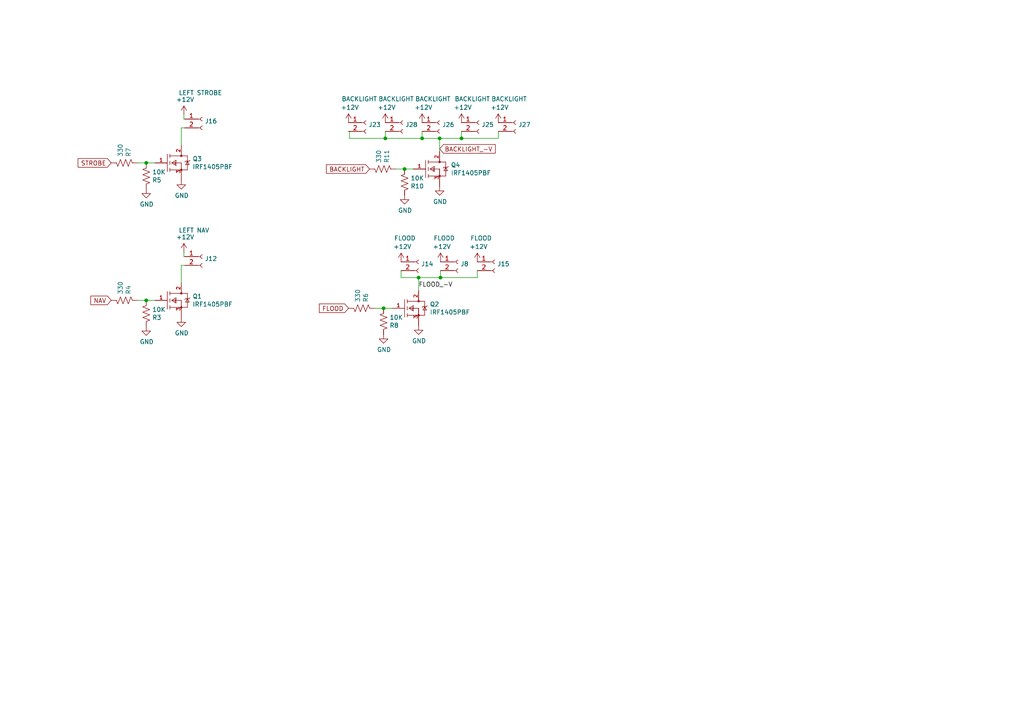
<source format=kicad_sch>
(kicad_sch (version 20231120) (generator "eeschema") (generator_version "8.0")
  (paper "A4")
  (lib_symbols
    (symbol "Connector:Conn_01x02_Female" (pin_names (offset 1.016) hide)
      (property "Reference" "J" (at 0 2.54 0))
      (property "Value" "Conn_01x02_Female" (at 0 -5.08 0))
      (symbol "Conn_01x02_Female_1_1"
        (arc (start 0 -2.032) (mid -0.5058 -2.54) (end 0 -3.048) (stroke (width 0.1524)))
        (polyline (pts (xy -1.27 -2.54) (xy -0.508 -2.54)) (stroke (width 0.1524)))
        (polyline (pts (xy -1.27 0) (xy -0.508 0)) (stroke (width 0.1524)))
        (arc (start 0 0.508) (mid -0.5058 0) (end 0 -0.508) (stroke (width 0.1524)))
        (pin passive line (at -5.08 0 0) (length 3.81) (name "Pin_1") (number "1"))
        (pin passive line (at -5.08 -2.54 0) (length 3.81) (name "Pin_2") (number "2"))
      )
    )
    (symbol "Device:R_US" (pin_numbers hide) (pin_names (offset 0))
      (property "Reference" "R" (at 2.54 0 90))
      (property "Value" "R_US" (at -2.54 0 90))
      (symbol "R_US_0_1"
        (polyline (pts (xy 0 -2.286) (xy 0 -2.54)))
        (polyline (pts (xy 0 2.286) (xy 0 2.54)))
        (polyline (pts (xy 0 -0.762) (xy 1.016 -1.143) (xy 0 -1.524) (xy -1.016 -1.905) (xy 0 -2.286)))
        (polyline (pts (xy 0 0.762) (xy 1.016 0.381) (xy 0 0) (xy -1.016 -0.381) (xy 0 -0.762)))
        (polyline (pts (xy 0 2.286) (xy 1.016 1.905) (xy 0 1.524) (xy -1.016 1.143) (xy 0 0.762)))
      )
      (symbol "R_US_1_1"
        (pin passive line (at 0 3.81 270) (length 1.27) (name "~") (number "1"))
        (pin passive line (at 0 -3.81 90) (length 1.27) (name "~") (number "2"))
      )
    )
    (symbol "Hornet-Forward-Output-Upper-Shield-rescue:IRF1405PBF-Mosfet-Hornet-Forward-Output-Upper-Shield-rescue" (pin_names (offset 1.016))
      (property "Reference" "Q" (at 0 7.62 0))
      (property "Value" "IRF1405PBF-Mosfet-Hornet-Forward-Output-Upper-Shield-rescue" (at 0 10.16 0))
      (symbol "IRF1405PBF-Mosfet-Hornet-Forward-Output-Upper-Shield-rescue_1_1"
        (polyline (pts (xy 6.096 -2.54) (xy 6.096 2.54)))
        (polyline (pts (xy 6.858 -2.032) (xy 10.16 -2.032)))
        (polyline (pts (xy 6.858 -1.524) (xy 6.858 -2.54)))
        (polyline (pts (xy 6.858 0.508) (xy 6.858 -0.508)))
        (polyline (pts (xy 6.858 1.524) (xy 6.858 2.54)))
        (polyline (pts (xy 6.858 2.032) (xy 10.16 2.032)))
        (polyline (pts (xy 7.366 0) (xy 8.636 -0.762)))
        (polyline (pts (xy 7.366 0) (xy 8.636 0.762)))
        (polyline (pts (xy 7.62 0) (xy 10.16 0)))
        (polyline (pts (xy 8.382 0.254) (xy 8.382 -0.508)))
        (polyline (pts (xy 8.636 0.762) (xy 8.636 -0.762)))
        (polyline (pts (xy 10.16 -2.032) (xy 11.938 -2.032)))
        (polyline (pts (xy 11.43 -0.508) (xy 12.446 -0.508)))
        (polyline (pts (xy 11.43 0.508) (xy 11.176 0.254)))
        (polyline (pts (xy 11.938 -2.032) (xy 11.938 2.032)))
        (polyline (pts (xy 11.938 0.508) (xy 11.43 -0.508)))
        (polyline (pts (xy 11.938 0.508) (xy 11.43 0.508)))
        (polyline (pts (xy 11.938 0.508) (xy 12.446 0.508)))
        (polyline (pts (xy 11.938 2.032) (xy 10.16 2.032)))
        (polyline (pts (xy 12.446 -0.508) (xy 11.938 0.508)))
        (polyline (pts (xy 12.446 0.508) (xy 12.7 0.762)))
        (circle (center 10.16 -2.032) (radius 0.254))
        (circle (center 10.16 2.032) (radius 0.254))
        (pin passive line (at 2.54 0 0) (length 3.556) (name "G") (number "1"))
        (pin passive line (at 10.16 5.08 270) (length 3.048) (name "D") (number "2"))
        (pin passive line (at 10.16 -5.08 90) (length 5.08) (name "S") (number "3"))
      )
    )
    (symbol "power:+12V" (power) (pin_names (offset 0))
      (property "Value" "+12V" (at 0 3.556 0))
      (symbol "+12V_0_1"
        (polyline (pts (xy -0.762 1.27) (xy 0 2.54)))
        (polyline (pts (xy 0 0) (xy 0 2.54)))
        (polyline (pts (xy 0 2.54) (xy 0.762 1.27)))
      )
      (symbol "+12V_1_1"
        (pin power_in line (at 0 0 90) (length 0) hide (name "+12V") (number "1"))
      )
    )
    (symbol "power:GND" (power) (pin_names (offset 0))
      (property "Value" "GND" (at 0 -3.81 0))
      (symbol "GND_0_1"
        (polyline (pts (xy 0 0) (xy 0 -1.27) (xy 1.27 -1.27) (xy 0 -2.54) (xy -1.27 -1.27) (xy 0 -1.27)))
      )
      (symbol "GND_1_1"
        (pin power_in line (at 0 0 270) (length 0) hide (name "GND") (number "1"))
      )
    )
  )
  (junction (at 111.252 89.408))
  (junction (at 42.418 47.244))
  (junction (at 122.428 40.132))
  (junction (at 42.418 87.122))
  (junction (at 121.412 80.518))
  (junction (at 127.762 80.518))
  (junction (at 111.76 40.132))
  (junction (at 117.348 49.022))
  (junction (at 127.508 40.132))
  (junction (at 133.858 40.132))
  (wire (pts (xy 138.43 78.486) (xy 138.43 80.518)))
  (wire (pts (xy 127.508 40.132) (xy 122.428 40.132)))
  (wire (pts (xy 127.762 80.518) (xy 121.412 80.518)))
  (wire (pts (xy 53.594 34.544) (xy 53.34 34.544)))
  (wire (pts (xy 121.412 80.518) (xy 121.412 84.328)))
  (wire (pts (xy 108.712 89.408) (xy 111.252 89.408)))
  (wire (pts (xy 127.762 78.486) (xy 127.762 80.518)))
  (wire (pts (xy 114.808 49.022) (xy 117.348 49.022)))
  (wire (pts (xy 39.878 47.244) (xy 42.418 47.244)))
  (wire (pts (xy 122.428 38.1) (xy 122.428 40.132)))
  (wire (pts (xy 53.34 34.544) (xy 53.34 33.274)))
  (wire (pts (xy 138.43 80.518) (xy 127.762 80.518)))
  (wire (pts (xy 133.858 40.132) (xy 127.508 40.132)))
  (wire (pts (xy 144.526 38.1) (xy 144.526 40.132)))
  (wire (pts (xy 52.578 76.962) (xy 52.578 82.042)))
  (wire (pts (xy 42.418 87.122) (xy 44.958 87.122)))
  (wire (pts (xy 53.594 37.084) (xy 52.578 37.084)))
  (wire (pts (xy 117.348 49.022) (xy 119.888 49.022)))
  (wire (pts (xy 116.332 78.486) (xy 116.332 80.518)))
  (wire (pts (xy 42.418 47.244) (xy 44.958 47.244)))
  (wire (pts (xy 101.346 40.132) (xy 101.346 38.1)))
  (wire (pts (xy 53.34 74.422) (xy 53.34 73.152)))
  (wire (pts (xy 101.092 38.1) (xy 101.346 38.1)))
  (wire (pts (xy 133.858 38.1) (xy 133.858 40.132)))
  (wire (pts (xy 121.412 80.518) (xy 116.332 80.518)))
  (wire (pts (xy 122.428 40.132) (xy 111.76 40.132)))
  (wire (pts (xy 111.76 38.1) (xy 111.76 40.132)))
  (wire (pts (xy 111.252 89.408) (xy 113.792 89.408)))
  (wire (pts (xy 144.526 40.132) (xy 133.858 40.132)))
  (wire (pts (xy 53.594 74.422) (xy 53.34 74.422)))
  (wire (pts (xy 53.594 76.962) (xy 52.578 76.962)))
  (wire (pts (xy 39.878 87.122) (xy 42.418 87.122)))
  (wire (pts (xy 111.76 40.132) (xy 101.346 40.132)))
  (wire (pts (xy 127.508 40.132) (xy 127.508 43.942)))
  (wire (pts (xy 52.578 37.084) (xy 52.578 42.164)))
  (label "FLOOD_-V" (at 121.412 83.566 0))
  (global_label "STROBE" (shape input) (at 32.258 47.244 180) (property "Intersheetrefs" "${INTERSHEET_REFS}" (effects (hide yes))))
  (global_label "BACKLIGHT" (shape input) (at 107.188 49.022 180) (property "Intersheetrefs" "${INTERSHEET_REFS}" (effects (hide yes))))
  (global_label "BACKLIGHT_-V" (shape input) (at 127.508 43.18 0) (property "Intersheetrefs" "${INTERSHEET_REFS}" (effects (hide yes))))
  (global_label "FLOOD" (shape input) (at 101.092 89.408 180) (property "Intersheetrefs" "${INTERSHEET_REFS}" (effects (hide yes))))
  (global_label "NAV" (shape input) (at 32.258 87.122 180) (property "Intersheetrefs" "${INTERSHEET_REFS}" (effects (hide yes))))
  (symbol (lib_id "power:GND") (at 117.348 56.642 0) (unit 1)
    (property "Reference" "#PWR05" (effects (hide yes)))
    (property "Value" "GND" (at 117.475 61.0362 0))
  )
  (symbol (lib_id "power:+12V") (at 138.43 75.946 0) (unit 1)
    (property "Reference" "#PWR064" (effects (hide yes)))
    (property "Value" "+12V" (at 138.811 71.5518 0))
  )
  (symbol (lib_id "Connector:Conn_01x02_Female") (at 132.842 75.946 0) (unit 1)
    (property "Reference" "J8" (at 133.5532 76.5556 0) (effects (justify left)))
    (property "Value" "FLODD" (at 125.73 69.088 0) (effects (justify left)))
    (property "Footprint" "Connector_Molex:Molex_KK-254_AE-6410-02A_1x02_P2.54mm_Vertical" (effects (hide yes)))
  )
  (symbol (lib_id "Device:R_US") (at 42.418 51.054 0) (mirror x) (unit 1)
    (property "Reference" "R5" (at 44.1452 52.2224 0) (effects (justify left)))
    (property "Value" "10K" (at 44.1452 49.911 0) (effects (justify left)))
    (property "Footprint" "Resistor_THT:R_Axial_DIN0204_L3.6mm_D1.6mm_P2.54mm_Vertical" (effects (hide yes)))
  )
  (symbol (lib_id "power:+12V") (at 111.76 35.56 0) (unit 1)
    (property "Reference" "#PWR04" (effects (hide yes)))
    (property "Value" "+12V" (at 112.141 31.1658 0))
  )
  (symbol (lib_id "Device:R_US") (at 104.902 89.408 270) (mirror x) (unit 1)
    (property "Reference" "R6" (at 106.0704 87.6808 0) (effects (justify left)))
    (property "Value" "330" (at 103.759 87.6808 0) (effects (justify left)))
    (property "Footprint" "Resistor_THT:R_Axial_DIN0204_L3.6mm_D1.6mm_P2.54mm_Vertical" (effects (hide yes)))
  )
  (symbol (lib_id "Connector:Conn_01x02_Female") (at 106.172 35.56 0) (unit 1)
    (property "Reference" "J23" (at 106.8832 36.1696 0) (effects (justify left)))
    (property "Value" "BACKLIGHT" (at 99.06 28.702 0) (effects (justify left)))
    (property "Footprint" "Connector_Molex:Molex_KK-254_AE-6410-02A_1x02_P2.54mm_Vertical" (effects (hide yes)))
  )
  (symbol (lib_id "Device:R_US") (at 42.418 90.932 0) (mirror x) (unit 1)
    (property "Reference" "R3" (at 44.1452 92.1004 0) (effects (justify left)))
    (property "Value" "10K" (at 44.1452 89.789 0) (effects (justify left)))
    (property "Footprint" "Resistor_THT:R_Axial_DIN0204_L3.6mm_D1.6mm_P2.54mm_Vertical" (effects (hide yes)))
  )
  (symbol (lib_id "Connector:Conn_01x02_Female") (at 58.674 74.422 0) (unit 1)
    (property "Reference" "J12" (at 59.3852 75.0316 0) (effects (justify left)))
    (property "Value" "LEFT NAV" (at 51.816 66.802 0) (effects (justify left)))
    (property "Footprint" "Connector_Molex:Molex_KK-254_AE-6410-02A_1x02_P2.54mm_Vertical" (effects (hide yes)))
  )
  (symbol (lib_id "power:GND") (at 52.578 92.202 0) (unit 1)
    (property "Reference" "#PWR047" (effects (hide yes)))
    (property "Value" "GND" (at 52.705 96.5962 0))
  )
  (symbol (lib_id "power:GND") (at 127.508 54.102 0) (unit 1)
    (property "Reference" "#PWR07" (effects (hide yes)))
    (property "Value" "GND" (at 127.635 58.4962 0))
  )
  (symbol (lib_id "power:+12V") (at 101.092 35.56 0) (unit 1)
    (property "Reference" "#PWR03" (effects (hide yes)))
    (property "Value" "+12V" (at 101.473 31.1658 0))
  )
  (symbol (lib_id "power:GND") (at 42.418 94.742 0) (unit 1)
    (property "Reference" "#PWR045" (effects (hide yes)))
    (property "Value" "GND" (at 42.545 99.1362 0))
  )
  (symbol (lib_id "power:GND") (at 111.252 97.028 0) (unit 1)
    (property "Reference" "#PWR050" (effects (hide yes)))
    (property "Value" "GND" (at 111.379 101.4222 0))
  )
  (symbol (lib_id "Connector:Conn_01x02_Female") (at 127.508 35.56 0) (unit 1)
    (property "Reference" "J26" (at 128.2192 36.1696 0) (effects (justify left)))
    (property "Value" "BACKLIGHT" (at 120.396 28.702 0) (effects (justify left)))
    (property "Footprint" "Connector_Molex:Molex_KK-254_AE-6410-02A_1x02_P2.54mm_Vertical" (effects (hide yes)))
  )
  (symbol (lib_id "power:+12V") (at 116.332 75.946 0) (unit 1)
    (property "Reference" "#PWR055" (effects (hide yes)))
    (property "Value" "+12V" (at 116.713 71.5518 0))
  )
  (symbol (lib_id "Hornet-Forward-Output-Upper-Shield-rescue:IRF1405PBF-Mosfet-Hornet-Forward-Output-Upper-Shield-rescue") (at 117.348 49.022 0) (unit 1)
    (property "Reference" "Q4" (at 130.7592 47.8536 0) (effects (justify left)))
    (property "Value" "IRF1405PBF" (at 130.7592 50.165 0) (effects (justify left)))
    (property "Footprint" "Package_TO_SOT_THT:TO-220-3_Vertical" (effects (hide yes)))
    (property "Datasheet" "https://www.infineon.com/dgdl/irf1405pbf.pdf?fileId=5546d462533600a4015355db084a18bb" (effects (hide yes)))
    (property "automotive" "No" (effects (hide yes)))
    (property "category" "Trans" (effects (hide yes)))
    (property "continuous drain current" "169A" (effects (hide yes)))
    (property "depletion mode" "False" (effects (hide yes)))
    (property "device class L1" "Discrete Semiconductors" (effects (hide yes)))
    (property "device class L2" "Transistors" (effects (hide yes)))
    (property "device class L3" "MOSFETs" (effects (hide yes)))
    (property "digikey description" "MOSFET N-CH 55V 169A TO-220AB" (effects (hide yes)))
    (property "digikey part number" "IRF1405PBF-ND" (effects (hide yes)))
    (property "drain to source breakdown voltage" "55V" (effects (hide yes)))
    (property "drain to source resistance" "4.6mΩ" (effects (hide yes)))
    (property "drain to source voltage" "55V" (effects (hide yes)))
    (property "footprint url" "https://www.infineon.com/dgdl/po-to220ab-fp.pdf?fileId=5546d462580663ef0158068cfbee01be" (effects (hide yes)))
    (property "gate charge at vgs" "170nC @ 10V" (effects (hide yes)))
    (property "gate to source voltage" "20V" (effects (hide yes)))
    (property "height" "19.8mm" (effects (hide yes)))
    (property "input capacitace at vds" "5480pF @ 25V" (effects (hide yes)))
    (property "ipc land pattern name" "TO-220" (effects (hide yes)))
    (property "lead free" "Yes" (effects (hide yes)))
    (property "library id" "802d71249bb95e7c" (effects (hide yes)))
    (property "manufacturer" "International Rectifier" (effects (hide yes)))
    (property "max forward diode voltage" "1.3V" (effects (hide yes)))
    (property "max junction temp" "+175°C" (effects (hide yes)))
    (property "mouser description" "MOSFET Operating temperature: -55...+175 °C Housing type: TO-220AB Polarity: N Power dissipation: 330 W" (effects (hide yes)))
    (property "mouser part number" "942-IRF1405PBF" (effects (hide yes)))
    (property "number of N channels" "1" (effects (hide yes)))
    (property "number of channels" "1" (effects (hide yes)))
    (property "package" "TO-220AB" (effects (hide yes)))
    (property "power dissipation" "330W" (effects (hide yes)))
    (property "pulse drain current" "680A" (effects (hide yes)))
    (property "reverse recovery charge" "250nC" (effects (hide yes)))
    (property "reverse recovery time" "88ns" (effects (hide yes)))
    (property "rohs" "Yes" (effects (hide yes)))
    (property "rthja max" "62°C/W" (effects (hide yes)))
    (property "standoff height" "3.37mm" (effects (hide yes)))
    (property "temperature range high" "+175°C" (effects (hide yes)))
    (property "temperature range low" "-55°C" (effects (hide yes)))
    (property "threshold vgs max" "4V" (effects (hide yes)))
    (property "threshold vgs min" "2V" (effects (hide yes)))
    (property "turn off delay time" "130ns" (effects (hide yes)))
    (property "turn on delay time" "13ns" (effects (hide yes)))
  )
  (symbol (lib_id "power:+12V") (at 122.428 35.56 0) (unit 1)
    (property "Reference" "#PWR06" (effects (hide yes)))
    (property "Value" "+12V" (at 122.809 31.1658 0))
  )
  (symbol (lib_id "Device:R_US") (at 111.252 93.218 0) (mirror x) (unit 1)
    (property "Reference" "R8" (at 112.9792 94.3864 0) (effects (justify left)))
    (property "Value" "10K" (at 112.9792 92.075 0) (effects (justify left)))
    (property "Footprint" "Resistor_THT:R_Axial_DIN0204_L3.6mm_D1.6mm_P2.54mm_Vertical" (effects (hide yes)))
  )
  (symbol (lib_id "Connector:Conn_01x02_Female") (at 149.606 35.56 0) (unit 1)
    (property "Reference" "J27" (at 150.3172 36.1696 0) (effects (justify left)))
    (property "Value" "BACKLIGHT" (at 142.494 28.702 0) (effects (justify left)))
    (property "Footprint" "Connector_Molex:Molex_KK-254_AE-6410-02A_1x02_P2.54mm_Vertical" (effects (hide yes)))
  )
  (symbol (lib_id "Hornet-Forward-Output-Upper-Shield-rescue:IRF1405PBF-Mosfet-Hornet-Forward-Output-Upper-Shield-rescue") (at 42.418 87.122 0) (unit 1)
    (property "Reference" "Q1" (at 55.8292 85.9536 0) (effects (justify left)))
    (property "Value" "IRF1405PBF" (at 55.8292 88.265 0) (effects (justify left)))
    (property "Footprint" "Package_TO_SOT_THT:TO-220-3_Vertical" (effects (hide yes)))
    (property "Datasheet" "https://www.infineon.com/dgdl/irf1405pbf.pdf?fileId=5546d462533600a4015355db084a18bb" (effects (hide yes)))
    (property "automotive" "No" (effects (hide yes)))
    (property "category" "Trans" (effects (hide yes)))
    (property "continuous drain current" "169A" (effects (hide yes)))
    (property "depletion mode" "False" (effects (hide yes)))
    (property "device class L1" "Discrete Semiconductors" (effects (hide yes)))
    (property "device class L2" "Transistors" (effects (hide yes)))
    (property "device class L3" "MOSFETs" (effects (hide yes)))
    (property "digikey description" "MOSFET N-CH 55V 169A TO-220AB" (effects (hide yes)))
    (property "digikey part number" "IRF1405PBF-ND" (effects (hide yes)))
    (property "drain to source breakdown voltage" "55V" (effects (hide yes)))
    (property "drain to source resistance" "4.6mΩ" (effects (hide yes)))
    (property "drain to source voltage" "55V" (effects (hide yes)))
    (property "footprint url" "https://www.infineon.com/dgdl/po-to220ab-fp.pdf?fileId=5546d462580663ef0158068cfbee01be" (effects (hide yes)))
    (property "gate charge at vgs" "170nC @ 10V" (effects (hide yes)))
    (property "gate to source voltage" "20V" (effects (hide yes)))
    (property "height" "19.8mm" (effects (hide yes)))
    (property "input capacitace at vds" "5480pF @ 25V" (effects (hide yes)))
    (property "ipc land pattern name" "TO-220" (effects (hide yes)))
    (property "lead free" "Yes" (effects (hide yes)))
    (property "library id" "802d71249bb95e7c" (effects (hide yes)))
    (property "manufacturer" "International Rectifier" (effects (hide yes)))
    (property "max forward diode voltage" "1.3V" (effects (hide yes)))
    (property "max junction temp" "+175°C" (effects (hide yes)))
    (property "mouser description" "MOSFET Operating temperature: -55...+175 °C Housing type: TO-220AB Polarity: N Power dissipation: 330 W" (effects (hide yes)))
    (property "mouser part number" "942-IRF1405PBF" (effects (hide yes)))
    (property "number of N channels" "1" (effects (hide yes)))
    (property "number of channels" "1" (effects (hide yes)))
    (property "package" "TO-220AB" (effects (hide yes)))
    (property "power dissipation" "330W" (effects (hide yes)))
    (property "pulse drain current" "680A" (effects (hide yes)))
    (property "reverse recovery charge" "250nC" (effects (hide yes)))
    (property "reverse recovery time" "88ns" (effects (hide yes)))
    (property "rohs" "Yes" (effects (hide yes)))
    (property "rthja max" "62°C/W" (effects (hide yes)))
    (property "standoff height" "3.37mm" (effects (hide yes)))
    (property "temperature range high" "+175°C" (effects (hide yes)))
    (property "temperature range low" "-55°C" (effects (hide yes)))
    (property "threshold vgs max" "4V" (effects (hide yes)))
    (property "threshold vgs min" "2V" (effects (hide yes)))
    (property "turn off delay time" "130ns" (effects (hide yes)))
    (property "turn on delay time" "13ns" (effects (hide yes)))
  )
  (symbol (lib_id "power:+12V") (at 53.34 73.152 0) (unit 1)
    (property "Reference" "#PWR049" (effects (hide yes)))
    (property "Value" "+12V" (at 53.721 68.7578 0))
  )
  (symbol (lib_id "Hornet-Forward-Output-Upper-Shield-rescue:IRF1405PBF-Mosfet-Hornet-Forward-Output-Upper-Shield-rescue") (at 42.418 47.244 0) (unit 1)
    (property "Reference" "Q3" (at 55.8292 46.0756 0) (effects (justify left)))
    (property "Value" "IRF1405PBF" (at 55.8292 48.387 0) (effects (justify left)))
    (property "Footprint" "Package_TO_SOT_THT:TO-220-3_Vertical" (effects (hide yes)))
    (property "Datasheet" "https://www.infineon.com/dgdl/irf1405pbf.pdf?fileId=5546d462533600a4015355db084a18bb" (effects (hide yes)))
    (property "automotive" "No" (effects (hide yes)))
    (property "category" "Trans" (effects (hide yes)))
    (property "continuous drain current" "169A" (effects (hide yes)))
    (property "depletion mode" "False" (effects (hide yes)))
    (property "device class L1" "Discrete Semiconductors" (effects (hide yes)))
    (property "device class L2" "Transistors" (effects (hide yes)))
    (property "device class L3" "MOSFETs" (effects (hide yes)))
    (property "digikey description" "MOSFET N-CH 55V 169A TO-220AB" (effects (hide yes)))
    (property "digikey part number" "IRF1405PBF-ND" (effects (hide yes)))
    (property "drain to source breakdown voltage" "55V" (effects (hide yes)))
    (property "drain to source resistance" "4.6mΩ" (effects (hide yes)))
    (property "drain to source voltage" "55V" (effects (hide yes)))
    (property "footprint url" "https://www.infineon.com/dgdl/po-to220ab-fp.pdf?fileId=5546d462580663ef0158068cfbee01be" (effects (hide yes)))
    (property "gate charge at vgs" "170nC @ 10V" (effects (hide yes)))
    (property "gate to source voltage" "20V" (effects (hide yes)))
    (property "height" "19.8mm" (effects (hide yes)))
    (property "input capacitace at vds" "5480pF @ 25V" (effects (hide yes)))
    (property "ipc land pattern name" "TO-220" (effects (hide yes)))
    (property "lead free" "Yes" (effects (hide yes)))
    (property "library id" "802d71249bb95e7c" (effects (hide yes)))
    (property "manufacturer" "International Rectifier" (effects (hide yes)))
    (property "max forward diode voltage" "1.3V" (effects (hide yes)))
    (property "max junction temp" "+175°C" (effects (hide yes)))
    (property "mouser description" "MOSFET Operating temperature: -55...+175 °C Housing type: TO-220AB Polarity: N Power dissipation: 330 W" (effects (hide yes)))
    (property "mouser part number" "942-IRF1405PBF" (effects (hide yes)))
    (property "number of N channels" "1" (effects (hide yes)))
    (property "number of channels" "1" (effects (hide yes)))
    (property "package" "TO-220AB" (effects (hide yes)))
    (property "power dissipation" "330W" (effects (hide yes)))
    (property "pulse drain current" "680A" (effects (hide yes)))
    (property "reverse recovery charge" "250nC" (effects (hide yes)))
    (property "reverse recovery time" "88ns" (effects (hide yes)))
    (property "rohs" "Yes" (effects (hide yes)))
    (property "rthja max" "62°C/W" (effects (hide yes)))
    (property "standoff height" "3.37mm" (effects (hide yes)))
    (property "temperature range high" "+175°C" (effects (hide yes)))
    (property "temperature range low" "-55°C" (effects (hide yes)))
    (property "threshold vgs max" "4V" (effects (hide yes)))
    (property "threshold vgs min" "2V" (effects (hide yes)))
    (property "turn off delay time" "130ns" (effects (hide yes)))
    (property "turn on delay time" "13ns" (effects (hide yes)))
  )
  (symbol (lib_id "power:+12V") (at 127.762 75.946 0) (unit 1)
    (property "Reference" "#PWR061" (effects (hide yes)))
    (property "Value" "+12V" (at 128.143 71.5518 0))
  )
  (symbol (lib_id "Connector:Conn_01x02_Female") (at 116.84 35.56 0) (unit 1)
    (property "Reference" "J28" (at 117.5512 36.1696 0) (effects (justify left)))
    (property "Value" "BACKLIGHT" (at 109.728 28.702 0) (effects (justify left)))
    (property "Footprint" "Connector_Molex:Molex_KK-254_AE-6410-02A_1x02_P2.54mm_Vertical" (effects (hide yes)))
  )
  (symbol (lib_id "Device:R_US") (at 36.068 87.122 270) (mirror x) (unit 1)
    (property "Reference" "R4" (at 37.2364 85.3948 0) (effects (justify left)))
    (property "Value" "330" (at 34.925 85.3948 0) (effects (justify left)))
    (property "Footprint" "Resistor_THT:R_Axial_DIN0204_L3.6mm_D1.6mm_P2.54mm_Vertical" (effects (hide yes)))
  )
  (symbol (lib_id "Hornet-Forward-Output-Upper-Shield-rescue:IRF1405PBF-Mosfet-Hornet-Forward-Output-Upper-Shield-rescue") (at 111.252 89.408 0) (unit 1)
    (property "Reference" "Q2" (at 124.6632 88.2396 0) (effects (justify left)))
    (property "Value" "IRF1405PBF" (at 124.6632 90.551 0) (effects (justify left)))
    (property "Footprint" "Package_TO_SOT_THT:TO-220-3_Vertical" (effects (hide yes)))
    (property "Datasheet" "https://www.infineon.com/dgdl/irf1405pbf.pdf?fileId=5546d462533600a4015355db084a18bb" (effects (hide yes)))
    (property "automotive" "No" (effects (hide yes)))
    (property "category" "Trans" (effects (hide yes)))
    (property "continuous drain current" "169A" (effects (hide yes)))
    (property "depletion mode" "False" (effects (hide yes)))
    (property "device class L1" "Discrete Semiconductors" (effects (hide yes)))
    (property "device class L2" "Transistors" (effects (hide yes)))
    (property "device class L3" "MOSFETs" (effects (hide yes)))
    (property "digikey description" "MOSFET N-CH 55V 169A TO-220AB" (effects (hide yes)))
    (property "digikey part number" "IRF1405PBF-ND" (effects (hide yes)))
    (property "drain to source breakdown voltage" "55V" (effects (hide yes)))
    (property "drain to source resistance" "4.6mΩ" (effects (hide yes)))
    (property "drain to source voltage" "55V" (effects (hide yes)))
    (property "footprint url" "https://www.infineon.com/dgdl/po-to220ab-fp.pdf?fileId=5546d462580663ef0158068cfbee01be" (effects (hide yes)))
    (property "gate charge at vgs" "170nC @ 10V" (effects (hide yes)))
    (property "gate to source voltage" "20V" (effects (hide yes)))
    (property "height" "19.8mm" (effects (hide yes)))
    (property "input capacitace at vds" "5480pF @ 25V" (effects (hide yes)))
    (property "ipc land pattern name" "TO-220" (effects (hide yes)))
    (property "lead free" "Yes" (effects (hide yes)))
    (property "library id" "802d71249bb95e7c" (effects (hide yes)))
    (property "manufacturer" "International Rectifier" (effects (hide yes)))
    (property "max forward diode voltage" "1.3V" (effects (hide yes)))
    (property "max junction temp" "+175°C" (effects (hide yes)))
    (property "mouser description" "MOSFET Operating temperature: -55...+175 °C Housing type: TO-220AB Polarity: N Power dissipation: 330 W" (effects (hide yes)))
    (property "mouser part number" "942-IRF1405PBF" (effects (hide yes)))
    (property "number of N channels" "1" (effects (hide yes)))
    (property "number of channels" "1" (effects (hide yes)))
    (property "package" "TO-220AB" (effects (hide yes)))
    (property "power dissipation" "330W" (effects (hide yes)))
    (property "pulse drain current" "680A" (effects (hide yes)))
    (property "reverse recovery charge" "250nC" (effects (hide yes)))
    (property "reverse recovery time" "88ns" (effects (hide yes)))
    (property "rohs" "Yes" (effects (hide yes)))
    (property "rthja max" "62°C/W" (effects (hide yes)))
    (property "standoff height" "3.37mm" (effects (hide yes)))
    (property "temperature range high" "+175°C" (effects (hide yes)))
    (property "temperature range low" "-55°C" (effects (hide yes)))
    (property "threshold vgs max" "4V" (effects (hide yes)))
    (property "threshold vgs min" "2V" (effects (hide yes)))
    (property "turn off delay time" "130ns" (effects (hide yes)))
    (property "turn on delay time" "13ns" (effects (hide yes)))
  )
  (symbol (lib_id "Device:R_US") (at 110.998 49.022 270) (mirror x) (unit 1)
    (property "Reference" "R11" (at 112.1664 47.2948 0) (effects (justify left)))
    (property "Value" "330" (at 109.855 47.2948 0) (effects (justify left)))
    (property "Footprint" "Resistor_THT:R_Axial_DIN0204_L3.6mm_D1.6mm_P2.54mm_Vertical" (effects (hide yes)))
  )
  (symbol (lib_id "power:+12V") (at 144.526 35.56 0) (unit 1)
    (property "Reference" "#PWR09" (effects (hide yes)))
    (property "Value" "+12V" (at 144.907 31.1658 0))
  )
  (symbol (lib_id "power:GND") (at 52.578 52.324 0) (unit 1)
    (property "Reference" "#PWR046" (effects (hide yes)))
    (property "Value" "GND" (at 52.705 56.7182 0))
  )
  (symbol (lib_id "Connector:Conn_01x02_Female") (at 138.938 35.56 0) (unit 1)
    (property "Reference" "J25" (at 139.6492 36.1696 0) (effects (justify left)))
    (property "Value" "BACKLIGHT" (at 131.826 28.702 0) (effects (justify left)))
    (property "Footprint" "Connector_Molex:Molex_KK-254_AE-6410-02A_1x02_P2.54mm_Vertical" (effects (hide yes)))
  )
  (symbol (lib_id "power:GND") (at 42.418 54.864 0) (unit 1)
    (property "Reference" "#PWR037" (effects (hide yes)))
    (property "Value" "GND" (at 42.545 59.2582 0))
  )
  (symbol (lib_id "power:+12V") (at 133.858 35.56 0) (unit 1)
    (property "Reference" "#PWR08" (effects (hide yes)))
    (property "Value" "+12V" (at 134.239 31.1658 0))
  )
  (symbol (lib_id "Device:R_US") (at 117.348 52.832 0) (mirror x) (unit 1)
    (property "Reference" "R10" (at 119.0752 54.0004 0) (effects (justify left)))
    (property "Value" "10K" (at 119.0752 51.689 0) (effects (justify left)))
    (property "Footprint" "Resistor_THT:R_Axial_DIN0204_L3.6mm_D1.6mm_P2.54mm_Vertical" (effects (hide yes)))
  )
  (symbol (lib_id "Connector:Conn_01x02_Female") (at 58.674 34.544 0) (unit 1)
    (property "Reference" "J16" (at 59.3852 35.1536 0) (effects (justify left)))
    (property "Value" "LEFT STROBE" (at 51.816 26.924 0) (effects (justify left)))
    (property "Footprint" "Connector_Molex:Molex_KK-254_AE-6410-02A_1x02_P2.54mm_Vertical" (effects (hide yes)))
  )
  (symbol (lib_id "Connector:Conn_01x02_Female") (at 143.51 75.946 0) (unit 1)
    (property "Reference" "J15" (at 144.2212 76.5556 0) (effects (justify left)))
    (property "Value" "FLOOD" (at 136.398 69.088 0) (effects (justify left)))
    (property "Footprint" "Connector_Molex:Molex_KK-254_AE-6410-02A_1x02_P2.54mm_Vertical" (effects (hide yes)))
  )
  (symbol (lib_id "power:+12V") (at 53.34 33.274 0) (unit 1)
    (property "Reference" "#PWR048" (effects (hide yes)))
    (property "Value" "+12V" (at 53.721 28.8798 0))
  )
  (symbol (lib_id "power:GND") (at 121.412 94.488 0) (unit 1)
    (property "Reference" "#PWR056" (effects (hide yes)))
    (property "Value" "GND" (at 121.539 98.8822 0))
  )
  (symbol (lib_id "Connector:Conn_01x02_Female") (at 121.412 75.946 0) (unit 1)
    (property "Reference" "J14" (at 122.1232 76.5556 0) (effects (justify left)))
    (property "Value" "FLOOD" (at 114.3 69.088 0) (effects (justify left)))
    (property "Footprint" "Connector_Molex:Molex_KK-254_AE-6410-02A_1x02_P2.54mm_Vertical" (effects (hide yes)))
  )
  (symbol (lib_id "Device:R_US") (at 36.068 47.244 270) (mirror x) (unit 1)
    (property "Reference" "R7" (at 37.2364 45.5168 0) (effects (justify left)))
    (property "Value" "330" (at 34.925 45.5168 0) (effects (justify left)))
    (property "Footprint" "Resistor_THT:R_Axial_DIN0204_L3.6mm_D1.6mm_P2.54mm_Vertical" (effects (hide yes)))
  )
)
</source>
